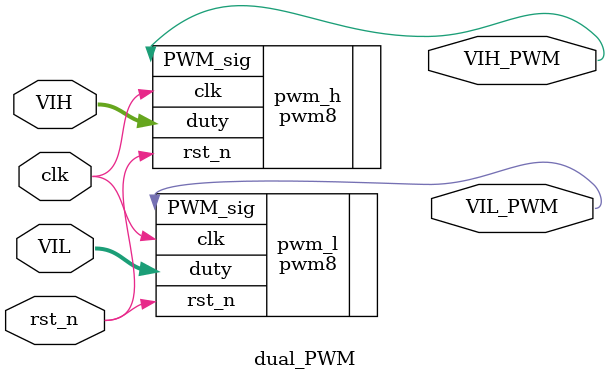
<source format=sv>
module dual_PWM(
				input clk, rst_n, 
				input[7:0]VIL, 
				input[7:0]VIH,
				output VIL_PWM, VIH_PWM
				);
		pwm8 pwm_l(.clk(clk), .rst_n(rst_n), .duty(VIL), .PWM_sig(VIL_PWM));
		pwm8 pwm_h(.clk(clk), .rst_n(rst_n), .duty(VIH), .PWM_sig(VIH_PWM));
		

endmodule
</source>
